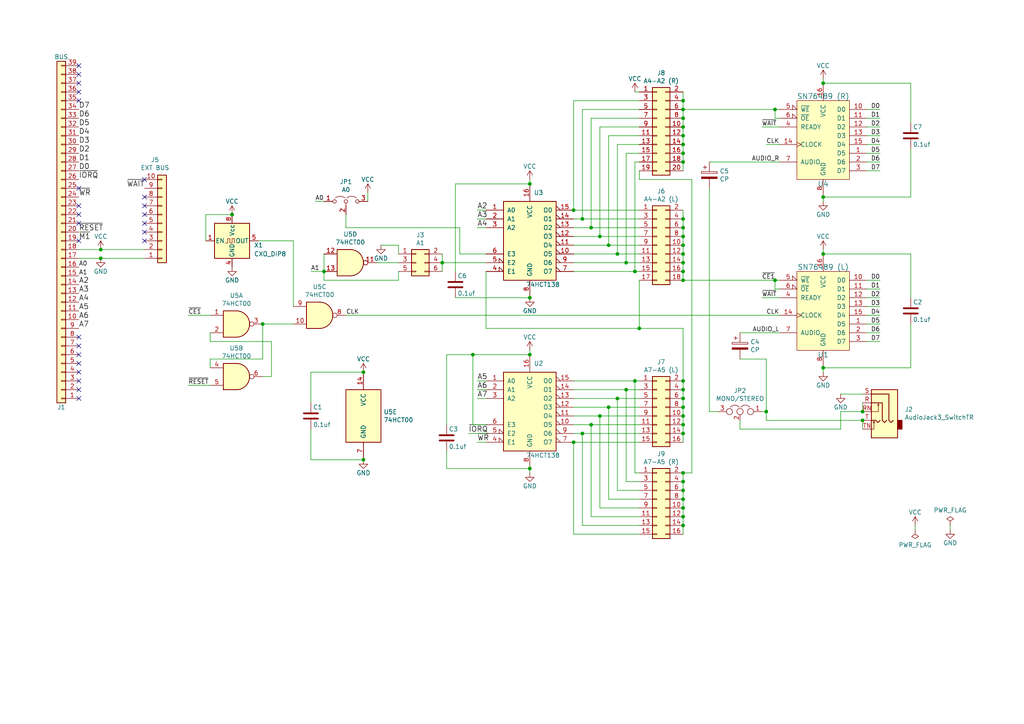
<source format=kicad_sch>
(kicad_sch (version 20211123) (generator eeschema)
  (paper "A4")
  (title_block (title "SN76489 Sound Card for RC2014") (date "2020-10-09") (rev "REV4") (company "J.B. Langston") (comment 1 "https://github.com/jblang/SN76489"))
  (lib_symbols
    (symbol "74xx:74HCT00" (pin_names (offset 1.016))
      (property "Reference" "U" (at 0 1.27 0))
      (property "Value" "74HCT00" (at 0 -1.27 0))
      (symbol "74HCT00_1_1"
        (pin input line (at -7.62 2.54 0) (length 3.81) (name "~") (number "1"))
        (pin input line (at -7.62 -2.54 0) (length 3.81) (name "~") (number "2"))
        (pin output inverted (at 7.62 0 180) (length 3.81) (name "~") (number "3"))
      )
      (symbol "74HCT00_1_2"
        (pin input inverted (at -7.62 2.54 0) (length 4.318) (name "~") (number "1"))
        (pin input inverted (at -7.62 -2.54 0) (length 4.318) (name "~") (number "2"))
        (pin output line (at 7.62 0 180) (length 3.81) (name "~") (number "3"))
      )
      (symbol "74HCT00_2_1"
        (pin input line (at -7.62 2.54 0) (length 3.81) (name "~") (number "4"))
        (pin input line (at -7.62 -2.54 0) (length 3.81) (name "~") (number "5"))
        (pin output inverted (at 7.62 0 180) (length 3.81) (name "~") (number "6"))
      )
      (symbol "74HCT00_2_2"
        (pin input inverted (at -7.62 2.54 0) (length 4.318) (name "~") (number "4"))
        (pin input inverted (at -7.62 -2.54 0) (length 4.318) (name "~") (number "5"))
        (pin output line (at 7.62 0 180) (length 3.81) (name "~") (number "6"))
      )
      (symbol "74HCT00_3_1"
        (pin input line (at -7.62 -2.54 0) (length 3.81) (name "~") (number "10"))
        (pin output inverted (at 7.62 0 180) (length 3.81) (name "~") (number "8"))
        (pin input line (at -7.62 2.54 0) (length 3.81) (name "~") (number "9"))
      )
      (symbol "74HCT00_3_2"
        (pin input inverted (at -7.62 -2.54 0) (length 4.318) (name "~") (number "10"))
        (pin output line (at 7.62 0 180) (length 3.81) (name "~") (number "8"))
        (pin input inverted (at -7.62 2.54 0) (length 4.318) (name "~") (number "9"))
      )
      (symbol "74HCT00_4_1"
        (pin output inverted (at 7.62 0 180) (length 3.81) (name "~") (number "11"))
        (pin input line (at -7.62 2.54 0) (length 3.81) (name "~") (number "12"))
        (pin input line (at -7.62 -2.54 0) (length 3.81) (name "~") (number "13"))
      )
      (symbol "74HCT00_4_2"
        (pin output line (at 7.62 0 180) (length 3.81) (name "~") (number "11"))
        (pin input inverted (at -7.62 2.54 0) (length 4.318) (name "~") (number "12"))
        (pin input inverted (at -7.62 -2.54 0) (length 4.318) (name "~") (number "13"))
      )
      (symbol "74HCT00_5_0"
        (pin power_in line (at 0 12.7 270) (length 5.08) (name "VCC") (number "14"))
        (pin power_in line (at 0 -12.7 90) (length 5.08) (name "GND") (number "7"))
      )
    )
    (symbol "74xx:74LS138" (pin_names (offset 1.016))
      (property "Reference" "U" (at -7.62 11.43 0))
      (property "Value" "74LS138" (at -7.62 -13.97 0))
      (symbol "74LS138_1_0"
        (pin input line (at -12.7 7.62 0) (length 5.08) (name "A0") (number "1"))
        (pin output output_low (at 12.7 -5.08 180) (length 5.08) (name "O5") (number "10"))
        (pin output output_low (at 12.7 -2.54 180) (length 5.08) (name "O4") (number "11"))
        (pin output output_low (at 12.7 0 180) (length 5.08) (name "O3") (number "12"))
        (pin output output_low (at 12.7 2.54 180) (length 5.08) (name "O2") (number "13"))
        (pin output output_low (at 12.7 5.08 180) (length 5.08) (name "O1") (number "14"))
        (pin output output_low (at 12.7 7.62 180) (length 5.08) (name "O0") (number "15"))
        (pin power_in line (at 0 15.24 270) (length 5.08) (name "VCC") (number "16"))
        (pin input line (at -12.7 5.08 0) (length 5.08) (name "A1") (number "2"))
        (pin input line (at -12.7 2.54 0) (length 5.08) (name "A2") (number "3"))
        (pin input input_low (at -12.7 -10.16 0) (length 5.08) (name "E1") (number "4"))
        (pin input input_low (at -12.7 -7.62 0) (length 5.08) (name "E2") (number "5"))
        (pin input line (at -12.7 -5.08 0) (length 5.08) (name "E3") (number "6"))
        (pin output output_low (at 12.7 -10.16 180) (length 5.08) (name "O7") (number "7"))
        (pin power_in line (at 0 -17.78 90) (length 5.08) (name "GND") (number "8"))
        (pin output output_low (at 12.7 -7.62 180) (length 5.08) (name "O6") (number "9"))
      )
    )
    (symbol "Connector:AudioJack3_SwitchTR"
      (property "Reference" "J" (at 0 8.89 0))
      (property "Value" "AudioJack3_SwitchTR" (at 0 6.35 0))
      (symbol "AudioJack3_SwitchTR_1_1"
        (pin passive line (at 5.08 0 180) (length 2.54) (name "~") (number "R"))
        (pin passive line (at 5.08 -2.54 180) (length 2.54) (name "~") (number "RN"))
        (pin passive line (at 5.08 2.54 180) (length 2.54) (name "~") (number "S"))
        (pin passive line (at 5.08 -5.08 180) (length 2.54) (name "~") (number "T"))
        (pin passive line (at 5.08 -7.62 180) (length 2.54) (name "~") (number "TN"))
      )
    )
    (symbol "Connector_Generic:Conn_01x10" (pin_names (offset 1.016) hide)
      (property "Reference" "J" (at 0 12.7 0))
      (property "Value" "Conn_01x10" (at 0 -15.24 0))
      (symbol "Conn_01x10_1_1"
        (pin passive line (at -5.08 10.16 0) (length 3.81) (name "Pin_1") (number "1"))
        (pin passive line (at -5.08 -12.7 0) (length 3.81) (name "Pin_10") (number "10"))
        (pin passive line (at -5.08 7.62 0) (length 3.81) (name "Pin_2") (number "2"))
        (pin passive line (at -5.08 5.08 0) (length 3.81) (name "Pin_3") (number "3"))
        (pin passive line (at -5.08 2.54 0) (length 3.81) (name "Pin_4") (number "4"))
        (pin passive line (at -5.08 0 0) (length 3.81) (name "Pin_5") (number "5"))
        (pin passive line (at -5.08 -2.54 0) (length 3.81) (name "Pin_6") (number "6"))
        (pin passive line (at -5.08 -5.08 0) (length 3.81) (name "Pin_7") (number "7"))
        (pin passive line (at -5.08 -7.62 0) (length 3.81) (name "Pin_8") (number "8"))
        (pin passive line (at -5.08 -10.16 0) (length 3.81) (name "Pin_9") (number "9"))
      )
    )
    (symbol "Connector_Generic:Conn_01x39" (pin_names (offset 1.016) hide)
      (property "Reference" "J" (at 0 50.8 0))
      (property "Value" "Conn_01x39" (at 0 -50.8 0))
      (symbol "Conn_01x39_1_1"
        (pin passive line (at -5.08 48.26 0) (length 3.81) (name "Pin_1") (number "1"))
        (pin passive line (at -5.08 25.4 0) (length 3.81) (name "Pin_10") (number "10"))
        (pin passive line (at -5.08 22.86 0) (length 3.81) (name "Pin_11") (number "11"))
        (pin passive line (at -5.08 20.32 0) (length 3.81) (name "Pin_12") (number "12"))
        (pin passive line (at -5.08 17.78 0) (length 3.81) (name "Pin_13") (number "13"))
        (pin passive line (at -5.08 15.24 0) (length 3.81) (name "Pin_14") (number "14"))
        (pin passive line (at -5.08 12.7 0) (length 3.81) (name "Pin_15") (number "15"))
        (pin passive line (at -5.08 10.16 0) (length 3.81) (name "Pin_16") (number "16"))
        (pin passive line (at -5.08 7.62 0) (length 3.81) (name "Pin_17") (number "17"))
        (pin passive line (at -5.08 5.08 0) (length 3.81) (name "Pin_18") (number "18"))
        (pin passive line (at -5.08 2.54 0) (length 3.81) (name "Pin_19") (number "19"))
        (pin passive line (at -5.08 45.72 0) (length 3.81) (name "Pin_2") (number "2"))
        (pin passive line (at -5.08 0 0) (length 3.81) (name "Pin_20") (number "20"))
        (pin passive line (at -5.08 -2.54 0) (length 3.81) (name "Pin_21") (number "21"))
        (pin passive line (at -5.08 -5.08 0) (length 3.81) (name "Pin_22") (number "22"))
        (pin passive line (at -5.08 -7.62 0) (length 3.81) (name "Pin_23") (number "23"))
        (pin passive line (at -5.08 -10.16 0) (length 3.81) (name "Pin_24") (number "24"))
        (pin passive line (at -5.08 -12.7 0) (length 3.81) (name "Pin_25") (number "25"))
        (pin passive line (at -5.08 -15.24 0) (length 3.81) (name "Pin_26") (number "26"))
        (pin passive line (at -5.08 -17.78 0) (length 3.81) (name "Pin_27") (number "27"))
        (pin passive line (at -5.08 -20.32 0) (length 3.81) (name "Pin_28") (number "28"))
        (pin passive line (at -5.08 -22.86 0) (length 3.81) (name "Pin_29") (number "29"))
        (pin passive line (at -5.08 43.18 0) (length 3.81) (name "Pin_3") (number "3"))
        (pin passive line (at -5.08 -25.4 0) (length 3.81) (name "Pin_30") (number "30"))
        (pin passive line (at -5.08 -27.94 0) (length 3.81) (name "Pin_31") (number "31"))
        (pin passive line (at -5.08 -30.48 0) (length 3.81) (name "Pin_32") (number "32"))
        (pin passive line (at -5.08 -33.02 0) (length 3.81) (name "Pin_33") (number "33"))
        (pin passive line (at -5.08 -35.56 0) (length 3.81) (name "Pin_34") (number "34"))
        (pin passive line (at -5.08 -38.1 0) (length 3.81) (name "Pin_35") (number "35"))
        (pin passive line (at -5.08 -40.64 0) (length 3.81) (name "Pin_36") (number "36"))
        (pin passive line (at -5.08 -43.18 0) (length 3.81) (name "Pin_37") (number "37"))
        (pin passive line (at -5.08 -45.72 0) (length 3.81) (name "Pin_38") (number "38"))
        (pin passive line (at -5.08 -48.26 0) (length 3.81) (name "Pin_39") (number "39"))
        (pin passive line (at -5.08 40.64 0) (length 3.81) (name "Pin_4") (number "4"))
        (pin passive line (at -5.08 38.1 0) (length 3.81) (name "Pin_5") (number "5"))
        (pin passive line (at -5.08 35.56 0) (length 3.81) (name "Pin_6") (number "6"))
        (pin passive line (at -5.08 33.02 0) (length 3.81) (name "Pin_7") (number "7"))
        (pin passive line (at -5.08 30.48 0) (length 3.81) (name "Pin_8") (number "8"))
        (pin passive line (at -5.08 27.94 0) (length 3.81) (name "Pin_9") (number "9"))
      )
    )
    (symbol "Connector_Generic:Conn_02x03_Odd_Even" (pin_names (offset 1.016) hide)
      (property "Reference" "J" (at 1.27 5.08 0))
      (property "Value" "Conn_02x03_Odd_Even" (at 1.27 -5.08 0))
      (symbol "Conn_02x03_Odd_Even_1_1"
        (pin passive line (at -5.08 2.54 0) (length 3.81) (name "Pin_1") (number "1"))
        (pin passive line (at 7.62 2.54 180) (length 3.81) (name "Pin_2") (number "2"))
        (pin passive line (at -5.08 0 0) (length 3.81) (name "Pin_3") (number "3"))
        (pin passive line (at 7.62 0 180) (length 3.81) (name "Pin_4") (number "4"))
        (pin passive line (at -5.08 -2.54 0) (length 3.81) (name "Pin_5") (number "5"))
        (pin passive line (at 7.62 -2.54 180) (length 3.81) (name "Pin_6") (number "6"))
      )
    )
    (symbol "Connector_Generic:Conn_02x08_Odd_Even" (pin_names (offset 1.016) hide)
      (property "Reference" "J" (at 1.27 10.16 0))
      (property "Value" "Conn_02x08_Odd_Even" (at 1.27 -12.7 0))
      (symbol "Conn_02x08_Odd_Even_1_1"
        (pin passive line (at -5.08 7.62 0) (length 3.81) (name "Pin_1") (number "1"))
        (pin passive line (at 7.62 -2.54 180) (length 3.81) (name "Pin_10") (number "10"))
        (pin passive line (at -5.08 -5.08 0) (length 3.81) (name "Pin_11") (number "11"))
        (pin passive line (at 7.62 -5.08 180) (length 3.81) (name "Pin_12") (number "12"))
        (pin passive line (at -5.08 -7.62 0) (length 3.81) (name "Pin_13") (number "13"))
        (pin passive line (at 7.62 -7.62 180) (length 3.81) (name "Pin_14") (number "14"))
        (pin passive line (at -5.08 -10.16 0) (length 3.81) (name "Pin_15") (number "15"))
        (pin passive line (at 7.62 -10.16 180) (length 3.81) (name "Pin_16") (number "16"))
        (pin passive line (at 7.62 7.62 180) (length 3.81) (name "Pin_2") (number "2"))
        (pin passive line (at -5.08 5.08 0) (length 3.81) (name "Pin_3") (number "3"))
        (pin passive line (at 7.62 5.08 180) (length 3.81) (name "Pin_4") (number "4"))
        (pin passive line (at -5.08 2.54 0) (length 3.81) (name "Pin_5") (number "5"))
        (pin passive line (at 7.62 2.54 180) (length 3.81) (name "Pin_6") (number "6"))
        (pin passive line (at -5.08 0 0) (length 3.81) (name "Pin_7") (number "7"))
        (pin passive line (at 7.62 0 180) (length 3.81) (name "Pin_8") (number "8"))
        (pin passive line (at -5.08 -2.54 0) (length 3.81) (name "Pin_9") (number "9"))
      )
    )
    (symbol "Connector_Generic:Conn_02x09_Odd_Even" (pin_names (offset 1.016) hide)
      (property "Reference" "J" (at 1.27 12.7 0))
      (property "Value" "Conn_02x09_Odd_Even" (at 1.27 -12.7 0))
      (symbol "Conn_02x09_Odd_Even_1_1"
        (pin passive line (at -5.08 10.16 0) (length 3.81) (name "Pin_1") (number "1"))
        (pin passive line (at 7.62 0 180) (length 3.81) (name "Pin_10") (number "10"))
        (pin passive line (at -5.08 -2.54 0) (length 3.81) (name "Pin_11") (number "11"))
        (pin passive line (at 7.62 -2.54 180) (length 3.81) (name "Pin_12") (number "12"))
        (pin passive line (at -5.08 -5.08 0) (length 3.81) (name "Pin_13") (number "13"))
        (pin passive line (at 7.62 -5.08 180) (length 3.81) (name "Pin_14") (number "14"))
        (pin passive line (at -5.08 -7.62 0) (length 3.81) (name "Pin_15") (number "15"))
        (pin passive line (at 7.62 -7.62 180) (length 3.81) (name "Pin_16") (number "16"))
        (pin passive line (at -5.08 -10.16 0) (length 3.81) (name "Pin_17") (number "17"))
        (pin passive line (at 7.62 -10.16 180) (length 3.81) (name "Pin_18") (number "18"))
        (pin passive line (at 7.62 10.16 180) (length 3.81) (name "Pin_2") (number "2"))
        (pin passive line (at -5.08 7.62 0) (length 3.81) (name "Pin_3") (number "3"))
        (pin passive line (at 7.62 7.62 180) (length 3.81) (name "Pin_4") (number "4"))
        (pin passive line (at -5.08 5.08 0) (length 3.81) (name "Pin_5") (number "5"))
        (pin passive line (at 7.62 5.08 180) (length 3.81) (name "Pin_6") (number "6"))
        (pin passive line (at -5.08 2.54 0) (length 3.81) (name "Pin_7") (number "7"))
        (pin passive line (at 7.62 2.54 180) (length 3.81) (name "Pin_8") (number "8"))
        (pin passive line (at -5.08 0 0) (length 3.81) (name "Pin_9") (number "9"))
      )
    )
    (symbol "Connector_Generic:Conn_02x10_Odd_Even" (pin_names (offset 1.016) hide)
      (property "Reference" "J" (at 1.27 12.7 0))
      (property "Value" "Conn_02x10_Odd_Even" (at 1.27 -15.24 0))
      (symbol "Conn_02x10_Odd_Even_1_1"
        (pin passive line (at -5.08 10.16 0) (length 3.81) (name "Pin_1") (number "1"))
        (pin passive line (at 7.62 0 180) (length 3.81) (name "Pin_10") (number "10"))
        (pin passive line (at -5.08 -2.54 0) (length 3.81) (name "Pin_11") (number "11"))
        (pin passive line (at 7.62 -2.54 180) (length 3.81) (name "Pin_12") (number "12"))
        (pin passive line (at -5.08 -5.08 0) (length 3.81) (name "Pin_13") (number "13"))
        (pin passive line (at 7.62 -5.08 180) (length 3.81) (name "Pin_14") (number "14"))
        (pin passive line (at -5.08 -7.62 0) (length 3.81) (name "Pin_15") (number "15"))
        (pin passive line (at 7.62 -7.62 180) (length 3.81) (name "Pin_16") (number "16"))
        (pin passive line (at -5.08 -10.16 0) (length 3.81) (name "Pin_17") (number "17"))
        (pin passive line (at 7.62 -10.16 180) (length 3.81) (name "Pin_18") (number "18"))
        (pin passive line (at -5.08 -12.7 0) (length 3.81) (name "Pin_19") (number "19"))
        (pin passive line (at 7.62 10.16 180) (length 3.81) (name "Pin_2") (number "2"))
        (pin passive line (at 7.62 -12.7 180) (length 3.81) (name "Pin_20") (number "20"))
        (pin passive line (at -5.08 7.62 0) (length 3.81) (name "Pin_3") (number "3"))
        (pin passive line (at 7.62 7.62 180) (length 3.81) (name "Pin_4") (number "4"))
        (pin passive line (at -5.08 5.08 0) (length 3.81) (name "Pin_5") (number "5"))
        (pin passive line (at 7.62 5.08 180) (length 3.81) (name "Pin_6") (number "6"))
        (pin passive line (at -5.08 2.54 0) (length 3.81) (name "Pin_7") (number "7"))
        (pin passive line (at 7.62 2.54 180) (length 3.81) (name "Pin_8") (number "8"))
        (pin passive line (at -5.08 0 0) (length 3.81) (name "Pin_9") (number "9"))
      )
    )
    (symbol "Device:C" (pin_numbers hide) (pin_names (offset 0.254))
      (property "Reference" "C" (at 0.635 2.54 0))
      (property "Value" "C" (at 0.635 -2.54 0))
      (symbol "C_1_1"
        (pin passive line (at 0 3.81 270) (length 2.794) (name "~") (number "1"))
        (pin passive line (at 0 -3.81 90) (length 2.794) (name "~") (number "2"))
      )
    )
    (symbol "Device:CP" (pin_numbers hide) (pin_names (offset 0.254))
      (property "Reference" "C" (at 0.635 2.54 0))
      (property "Value" "Device_CP" (at 0.635 -2.54 0))
      (symbol "CP_1_1"
        (pin passive line (at 0 3.81 270) (length 2.794) (name "~") (number "1"))
        (pin passive line (at 0 -3.81 90) (length 2.794) (name "~") (number "2"))
      )
    )
    (symbol "Device:Jumper_NC_Dual" (pin_names (offset 0.762) hide)
      (property "Reference" "JP" (at 1.27 -2.54 0))
      (property "Value" "Device_Jumper_NC_Dual" (at 0 2.54 0))
      (symbol "Jumper_NC_Dual_0_1"
        (pin passive line (at -6.35 0 0) (length 2.413) (name "1") (number "1"))
        (pin passive line (at 0 -2.54 90) (length 1.524) (name "2") (number "2"))
        (pin passive line (at 6.35 0 180) (length 2.413) (name "3") (number "3"))
      )
    )
    (symbol "Jumper:Jumper_3_Open" (pin_names (offset 0) hide)
      (property "Reference" "JP" (at -2.54 -2.54 0))
      (property "Value" "Jumper_3_Open" (at 0 2.794 0))
      (symbol "Jumper_3_Open_1_1"
        (pin passive line (at -6.35 0 0) (length 2.54) (name "A") (number "1"))
        (pin passive line (at 0 -3.81 90) (length 2.54) (name "C") (number "2"))
        (pin passive line (at 6.35 0 180) (length 2.54) (name "B") (number "3"))
      )
    )
    (symbol "Oscillator:CXO_DIP8" (pin_names (offset 0.254))
      (property "Reference" "X" (at -5.08 6.35 0))
      (property "Value" "CXO_DIP8" (at 1.27 -6.35 0))
      (symbol "CXO_DIP8_1_1"
        (pin input line (at -7.62 0 0) (length 2.54) (name "EN") (number "1"))
        (pin power_in line (at 0 -7.62 90) (length 2.54) (name "GND") (number "4"))
        (pin output line (at 7.62 0 180) (length 2.54) (name "OUT") (number "5"))
        (pin power_in line (at 0 7.62 270) (length 2.54) (name "Vcc") (number "8"))
      )
    )
    (symbol "SN76489:SN76489" (pin_names (offset 1.016))
      (property "Reference" "U" (at -6.35 25.4 0))
      (property "Value" "SN76489" (at 7.62 0 0))
      (symbol "SN76489_1_1"
        (pin input line (at -12.7 8.89 0) (length 5.08) (name "D5") (number "1"))
        (pin input line (at -12.7 21.59 0) (length 5.08) (name "D0") (number "10"))
        (pin input line (at -12.7 19.05 0) (length 5.08) (name "D1") (number "11"))
        (pin input line (at -12.7 16.51 0) (length 5.08) (name "D2") (number "12"))
        (pin input line (at -12.7 13.97 0) (length 5.08) (name "D3") (number "13"))
        (pin input clock (at 12.7 11.43 180) (length 5.08) (name "CLOCK") (number "14"))
        (pin input line (at -12.7 11.43 0) (length 5.08) (name "D4") (number "15"))
        (pin input line (at 0 29.21 270) (length 5.08) (name "VCC") (number "16"))
        (pin input line (at -12.7 6.35 0) (length 5.08) (name "D6") (number "2"))
        (pin input line (at -12.7 3.81 0) (length 5.08) (name "D7") (number "3"))
        (pin open_collector line (at 12.7 16.51 180) (length 5.08) (name "READY") (number "4"))
        (pin input input_low (at 12.7 21.59 180) (length 5.08) (name "~{WE}") (number "5"))
        (pin input input_low (at 12.7 19.05 180) (length 5.08) (name "~{OE}") (number "6"))
        (pin output line (at 12.7 6.35 180) (length 5.08) (name "AUDIO") (number "7"))
        (pin input line (at 0 -3.81 90) (length 5.08) (name "GND") (number "8"))
        (pin no_connect line (at 12.7 3.81 180) (length 5.08) hide (name "N.C.") (number "9"))
      )
    )
    (symbol "power:GND" (power) (pin_names (offset 0))
      (property "Value" "GND" (at 0 -3.81 0))
      (symbol "GND_1_1"
        (pin power_in line (at 0 0 270) (length 0) hide (name "GND") (number "1"))
      )
    )
    (symbol "power:PWR_FLAG" (power) (pin_numbers hide) (pin_names (offset 0) hide)
      (property "Value" "PWR_FLAG" (at 0 3.81 0))
      (symbol "PWR_FLAG_0_0"
        (pin power_out line (at 0 0 90) (length 0) (name "pwr") (number "1"))
      )
    )
    (symbol "power:VCC" (power) (pin_names (offset 0))
      (property "Value" "VCC" (at 0 3.81 0))
      (symbol "VCC_1_1"
        (pin power_in line (at 0 0 90) (length 0) hide (name "VCC") (number "1"))
      )
    )
  )
  (junction (at 198.12 118.11))
  (junction (at 198.12 73.66))
  (junction (at 198.12 123.19))
  (junction (at 29.21 72.39))
  (junction (at 153.67 135.89))
  (junction (at 105.41 133.35))
  (junction (at 198.12 68.58))
  (junction (at 171.45 123.19))
  (junction (at 238.76 24.13))
  (junction (at 179.07 115.57))
  (junction (at 171.45 66.04))
  (junction (at 185.42 95.25))
  (junction (at 181.61 76.2))
  (junction (at 238.76 57.15))
  (junction (at 168.91 125.73))
  (junction (at 250.19 119.38))
  (junction (at 173.99 120.65))
  (junction (at 238.76 106.68))
  (junction (at 29.21 74.93))
  (junction (at 173.99 68.58))
  (junction (at 198.12 34.29))
  (junction (at 198.12 63.5))
  (junction (at 184.15 110.49))
  (junction (at 198.12 142.24))
  (junction (at 222.25 119.38))
  (junction (at 198.12 113.03))
  (junction (at 105.41 107.95))
  (junction (at 153.67 102.87))
  (junction (at 198.12 46.99))
  (junction (at 198.12 147.32))
  (junction (at 67.31 62.23))
  (junction (at 176.53 71.12))
  (junction (at 198.12 81.28))
  (junction (at 224.79 81.28))
  (junction (at 128.27 76.2))
  (junction (at 137.16 102.87))
  (junction (at 198.12 125.73))
  (junction (at 198.12 78.74))
  (junction (at 198.12 36.83))
  (junction (at 198.12 152.4))
  (junction (at 250.19 121.92))
  (junction (at 168.91 63.5))
  (junction (at 76.2 93.98))
  (junction (at 198.12 144.78))
  (junction (at 198.12 115.57))
  (junction (at 198.12 76.2))
  (junction (at 198.12 31.75))
  (junction (at 198.12 120.65))
  (junction (at 238.76 73.66))
  (junction (at 198.12 29.21))
  (junction (at 166.37 128.27))
  (junction (at 198.12 137.16))
  (junction (at 198.12 39.37))
  (junction (at 93.98 78.74))
  (junction (at 224.79 31.75))
  (junction (at 198.12 41.91))
  (junction (at 198.12 149.86))
  (junction (at 198.12 139.7))
  (junction (at 166.37 60.96))
  (junction (at 179.07 73.66))
  (junction (at 198.12 66.04))
  (junction (at 176.53 118.11))
  (junction (at 198.12 110.49))
  (junction (at 181.61 113.03))
  (junction (at 153.67 86.36))
  (junction (at 184.15 78.74))
  (junction (at 153.67 53.34))
  (junction (at 198.12 71.12))
  (junction (at 198.12 44.45))
  (no_connect (at 41.91 59.69))
  (no_connect (at 22.86 110.49))
  (no_connect (at 22.86 69.85))
  (no_connect (at 22.86 19.05))
  (no_connect (at 22.86 29.21))
  (no_connect (at 22.86 113.03))
  (no_connect (at 41.91 52.07))
  (no_connect (at 22.86 24.13))
  (no_connect (at 41.91 62.23))
  (no_connect (at 22.86 26.67))
  (no_connect (at 22.86 62.23))
  (no_connect (at 41.91 67.31))
  (no_connect (at 22.86 107.95))
  (no_connect (at 22.86 97.79))
  (no_connect (at 22.86 54.61))
  (no_connect (at 22.86 105.41))
  (no_connect (at 22.86 115.57))
  (no_connect (at 22.86 64.77))
  (no_connect (at 22.86 102.87))
  (no_connect (at 22.86 59.69))
  (no_connect (at 41.91 64.77))
  (no_connect (at 22.86 21.59))
  (no_connect (at 41.91 69.85))
  (no_connect (at 41.91 57.15))
  (no_connect (at 22.86 100.33))
  (wire (pts (xy 251.46 93.98) (xy 255.27 93.98)))
  (wire (pts (xy 198.12 118.11) (xy 198.12 115.57)))
  (wire (pts (xy 205.74 46.99) (xy 226.06 46.99)))
  (wire (pts (xy 198.12 144.78) (xy 198.12 142.24)))
  (wire (pts (xy 265.43 153.67) (xy 265.43 152.4)))
  (wire (pts (xy 179.07 41.91) (xy 185.42 41.91)))
  (wire (pts (xy 198.12 76.2) (xy 198.12 78.74)))
  (wire (pts (xy 60.96 99.06) (xy 60.96 96.52)))
  (wire (pts (xy 140.97 95.25) (xy 185.42 95.25)))
  (wire (pts (xy 226.06 81.28) (xy 224.79 81.28)))
  (wire (pts (xy 115.57 81.28) (xy 115.57 78.74)))
  (wire (pts (xy 132.08 53.34) (xy 153.67 53.34)))
  (wire (pts (xy 166.37 113.03) (xy 181.61 113.03)))
  (wire (pts (xy 198.12 142.24) (xy 198.12 139.7)))
  (wire (pts (xy 166.37 120.65) (xy 173.99 120.65)))
  (wire (pts (xy 140.97 125.73) (xy 135.89 125.73)))
  (wire (pts (xy 176.53 118.11) (xy 185.42 118.11)))
  (wire (pts (xy 22.86 72.39) (xy 29.21 72.39)))
  (wire (pts (xy 100.33 91.44) (xy 226.06 91.44)))
  (wire (pts (xy 198.12 152.4) (xy 198.12 149.86)))
  (wire (pts (xy 90.17 107.95) (xy 90.17 116.84)))
  (wire (pts (xy 176.53 144.78) (xy 185.42 144.78)))
  (wire (pts (xy 198.12 128.27) (xy 198.12 125.73)))
  (wire (pts (xy 220.98 86.36) (xy 226.06 86.36)))
  (wire (pts (xy 173.99 120.65) (xy 185.42 120.65)))
  (wire (pts (xy 220.98 36.83) (xy 226.06 36.83)))
  (wire (pts (xy 205.74 54.61) (xy 205.74 119.38)))
  (wire (pts (xy 198.12 41.91) (xy 198.12 39.37)))
  (wire (pts (xy 166.37 154.94) (xy 166.37 128.27)))
  (wire (pts (xy 106.68 58.42) (xy 106.68 55.88)))
  (wire (pts (xy 275.59 153.67) (xy 275.59 152.4)))
  (wire (pts (xy 166.37 29.21) (xy 185.42 29.21)))
  (wire (pts (xy 198.12 81.28) (xy 198.12 78.74)))
  (wire (pts (xy 140.97 128.27) (xy 138.43 128.27)))
  (wire (pts (xy 109.22 76.2) (xy 115.57 76.2)))
  (wire (pts (xy 138.43 60.96) (xy 140.97 60.96)))
  (wire (pts (xy 198.12 115.57) (xy 198.12 113.03)))
  (wire (pts (xy 198.12 66.04) (xy 198.12 63.5)))
  (wire (pts (xy 166.37 71.12) (xy 176.53 71.12)))
  (wire (pts (xy 41.91 74.93) (xy 29.21 74.93)))
  (wire (pts (xy 93.98 78.74) (xy 93.98 81.28)))
  (wire (pts (xy 173.99 68.58) (xy 185.42 68.58)))
  (wire (pts (xy 173.99 36.83) (xy 185.42 36.83)))
  (wire (pts (xy 115.57 71.12) (xy 115.57 73.66)))
  (wire (pts (xy 138.43 113.03) (xy 140.97 113.03)))
  (wire (pts (xy 168.91 31.75) (xy 168.91 63.5)))
  (wire (pts (xy 171.45 149.86) (xy 171.45 123.19)))
  (wire (pts (xy 264.16 73.66) (xy 264.16 86.36)))
  (wire (pts (xy 222.25 121.92) (xy 250.19 121.92)))
  (wire (pts (xy 251.46 44.45) (xy 255.27 44.45)))
  (wire (pts (xy 166.37 29.21) (xy 166.37 60.96)))
  (wire (pts (xy 133.35 66.04) (xy 133.35 73.66)))
  (wire (pts (xy 132.08 86.36) (xy 153.67 86.36)))
  (wire (pts (xy 140.97 78.74) (xy 140.97 95.25)))
  (wire (pts (xy 251.46 99.06) (xy 255.27 99.06)))
  (wire (pts (xy 166.37 66.04) (xy 171.45 66.04)))
  (wire (pts (xy 251.46 88.9) (xy 255.27 88.9)))
  (wire (pts (xy 181.61 113.03) (xy 185.42 113.03)))
  (wire (pts (xy 168.91 125.73) (xy 185.42 125.73)))
  (wire (pts (xy 176.53 144.78) (xy 176.53 118.11)))
  (wire (pts (xy 91.44 58.42) (xy 93.98 58.42)))
  (wire (pts (xy 198.12 123.19) (xy 198.12 120.65)))
  (wire (pts (xy 264.16 106.68) (xy 264.16 93.98)))
  (wire (pts (xy 93.98 73.66) (xy 93.98 78.74)))
  (wire (pts (xy 198.12 68.58) (xy 198.12 66.04)))
  (wire (pts (xy 85.09 69.85) (xy 85.09 88.9)))
  (wire (pts (xy 166.37 68.58) (xy 173.99 68.58)))
  (wire (pts (xy 179.07 41.91) (xy 179.07 73.66)))
  (wire (pts (xy 60.96 104.14) (xy 60.96 106.68)))
  (wire (pts (xy 176.53 71.12) (xy 185.42 71.12)))
  (wire (pts (xy 179.07 73.66) (xy 185.42 73.66)))
  (wire (pts (xy 198.12 113.03) (xy 198.12 110.49)))
  (wire (pts (xy 153.67 137.16) (xy 153.67 135.89)))
  (wire (pts (xy 251.46 46.99) (xy 255.27 46.99)))
  (wire (pts (xy 243.84 124.46) (xy 243.84 119.38)))
  (wire (pts (xy 251.46 41.91) (xy 255.27 41.91)))
  (wire (pts (xy 198.12 31.75) (xy 198.12 29.21)))
  (wire (pts (xy 129.54 135.89) (xy 153.67 135.89)))
  (wire (pts (xy 166.37 78.74) (xy 184.15 78.74)))
  (wire (pts (xy 184.15 46.99) (xy 185.42 46.99)))
  (wire (pts (xy 171.45 66.04) (xy 185.42 66.04)))
  (wire (pts (xy 90.17 133.35) (xy 105.41 133.35)))
  (wire (pts (xy 222.25 119.38) (xy 222.25 121.92)))
  (wire (pts (xy 90.17 124.46) (xy 90.17 133.35)))
  (wire (pts (xy 198.12 81.28) (xy 224.79 81.28)))
  (wire (pts (xy 238.76 73.66) (xy 264.16 73.66)))
  (wire (pts (xy 251.46 83.82) (xy 255.27 83.82)))
  (wire (pts (xy 243.84 119.38) (xy 250.19 119.38)))
  (wire (pts (xy 250.19 119.38) (xy 250.19 116.84)))
  (wire (pts (xy 198.12 31.75) (xy 224.79 31.75)))
  (wire (pts (xy 166.37 125.73) (xy 168.91 125.73)))
  (wire (pts (xy 166.37 115.57) (xy 179.07 115.57)))
  (wire (pts (xy 198.12 39.37) (xy 198.12 36.83)))
  (wire (pts (xy 198.12 139.7) (xy 198.12 137.16)))
  (wire (pts (xy 200.66 52.07) (xy 200.66 137.16)))
  (wire (pts (xy 168.91 31.75) (xy 185.42 31.75)))
  (wire (pts (xy 179.07 142.24) (xy 179.07 115.57)))
  (wire (pts (xy 137.16 123.19) (xy 140.97 123.19)))
  (wire (pts (xy 153.67 102.87) (xy 153.67 101.6)))
  (wire (pts (xy 100.33 62.23) (xy 100.33 66.04)))
  (wire (pts (xy 251.46 96.52) (xy 255.27 96.52)))
  (wire (pts (xy 184.15 78.74) (xy 185.42 78.74)))
  (wire (pts (xy 238.76 58.42) (xy 238.76 57.15)))
  (wire (pts (xy 198.12 149.86) (xy 198.12 147.32)))
  (wire (pts (xy 226.06 96.52) (xy 214.63 96.52)))
  (wire (pts (xy 54.61 91.44) (xy 60.96 91.44)))
  (wire (pts (xy 153.67 53.34) (xy 153.67 52.07)))
  (wire (pts (xy 166.37 118.11) (xy 176.53 118.11)))
  (wire (pts (xy 166.37 123.19) (xy 171.45 123.19)))
  (wire (pts (xy 138.43 63.5) (xy 140.97 63.5)))
  (wire (pts (xy 105.41 107.95) (xy 90.17 107.95)))
  (wire (pts (xy 76.2 109.22) (xy 78.74 109.22)))
  (wire (pts (xy 198.12 125.73) (xy 198.12 123.19)))
  (wire (pts (xy 222.25 104.14) (xy 222.25 119.38)))
  (wire (pts (xy 78.74 99.06) (xy 60.96 99.06)))
  (wire (pts (xy 76.2 93.98) (xy 85.09 93.98)))
  (wire (pts (xy 198.12 147.32) (xy 198.12 144.78)))
  (wire (pts (xy 153.67 102.87) (xy 137.16 102.87)))
  (wire (pts (xy 184.15 26.67) (xy 185.42 26.67)))
  (wire (pts (xy 205.74 119.38) (xy 208.28 119.38)))
  (wire (pts (xy 238.76 57.15) (xy 264.16 57.15)))
  (wire (pts (xy 224.79 83.82) (xy 226.06 83.82)))
  (wire (pts (xy 93.98 81.28) (xy 115.57 81.28)))
  (wire (pts (xy 198.12 71.12) (xy 198.12 68.58)))
  (wire (pts (xy 251.46 49.53) (xy 255.27 49.53)))
  (wire (pts (xy 110.49 71.12) (xy 115.57 71.12)))
  (wire (pts (xy 198.12 46.99) (xy 198.12 44.45)))
  (wire (pts (xy 166.37 73.66) (xy 179.07 73.66)))
  (wire (pts (xy 198.12 49.53) (xy 198.12 46.99)))
  (wire (pts (xy 76.2 104.14) (xy 60.96 104.14)))
  (wire (pts (xy 184.15 137.16) (xy 184.15 110.49)))
  (wire (pts (xy 214.63 124.46) (xy 243.84 124.46)))
  (wire (pts (xy 198.12 29.21) (xy 198.12 26.67)))
  (wire (pts (xy 251.46 36.83) (xy 255.27 36.83)))
  (wire (pts (xy 78.74 109.22) (xy 78.74 99.06)))
  (wire (pts (xy 166.37 76.2) (xy 181.61 76.2)))
  (wire (pts (xy 226.06 31.75) (xy 224.79 31.75)))
  (wire (pts (xy 251.46 39.37) (xy 255.27 39.37)))
  (wire (pts (xy 251.46 34.29) (xy 255.27 34.29)))
  (wire (pts (xy 198.12 34.29) (xy 198.12 31.75)))
  (wire (pts (xy 166.37 110.49) (xy 184.15 110.49)))
  (wire (pts (xy 264.16 57.15) (xy 264.16 43.18)))
  (wire (pts (xy 198.12 154.94) (xy 198.12 152.4)))
  (wire (pts (xy 137.16 123.19) (xy 137.16 102.87)))
  (wire (pts (xy 59.69 62.23) (xy 59.69 69.85)))
  (wire (pts (xy 181.61 139.7) (xy 181.61 113.03)))
  (wire (pts (xy 224.79 34.29) (xy 226.06 34.29)))
  (wire (pts (xy 198.12 36.83) (xy 198.12 34.29)))
  (wire (pts (xy 166.37 60.96) (xy 185.42 60.96)))
  (wire (pts (xy 185.42 52.07) (xy 185.42 49.53)))
  (wire (pts (xy 184.15 46.99) (xy 184.15 78.74)))
  (wire (pts (xy 168.91 152.4) (xy 185.42 152.4)))
  (wire (pts (xy 198.12 76.2) (xy 198.12 73.66)))
  (wire (pts (xy 198.12 63.5) (xy 198.12 60.96)))
  (wire (pts (xy 138.43 110.49) (xy 140.97 110.49)))
  (wire (pts (xy 171.45 34.29) (xy 185.42 34.29)))
  (wire (pts (xy 181.61 44.45) (xy 185.42 44.45)))
  (wire (pts (xy 198.12 44.45) (xy 198.12 41.91)))
  (wire (pts (xy 76.2 93.98) (xy 76.2 104.14)))
  (wire (pts (xy 41.91 72.39) (xy 29.21 72.39)))
  (wire (pts (xy 166.37 128.27) (xy 185.42 128.27)))
  (wire (pts (xy 128.27 73.66) (xy 128.27 76.2)))
  (wire (pts (xy 238.76 107.95) (xy 238.76 106.68)))
  (wire (pts (xy 198.12 137.16) (xy 200.66 137.16)))
  (wire (pts (xy 173.99 147.32) (xy 173.99 120.65)))
  (wire (pts (xy 179.07 142.24) (xy 185.42 142.24)))
  (wire (pts (xy 214.63 121.92) (xy 214.63 124.46)))
  (wire (pts (xy 129.54 102.87) (xy 129.54 123.19)))
  (wire (pts (xy 128.27 76.2) (xy 140.97 76.2)))
  (wire (pts (xy 250.19 121.92) (xy 250.19 124.46)))
  (wire (pts (xy 173.99 36.83) (xy 173.99 68.58)))
  (wire (pts (xy 176.53 39.37) (xy 176.53 71.12)))
  (wire (pts (xy 67.31 62.23) (xy 59.69 62.23)))
  (wire (pts (xy 251.46 81.28) (xy 255.27 81.28)))
  (wire (pts (xy 198.12 120.65) (xy 198.12 118.11)))
  (wire (pts (xy 132.08 78.74) (xy 132.08 53.34)))
  (wire (pts (xy 100.33 66.04) (xy 133.35 66.04)))
  (wire (pts (xy 185.42 95.25) (xy 198.12 95.25)))
  (wire (pts (xy 238.76 73.66) (xy 238.76 72.39)))
  (wire (pts (xy 226.06 41.91) (xy 222.25 41.91)))
  (wire (pts (xy 200.66 52.07) (xy 185.42 52.07)))
  (wire (pts (xy 185.42 139.7) (xy 181.61 139.7)))
  (wire (pts (xy 166.37 63.5) (xy 168.91 63.5)))
  (wire (pts (xy 22.86 74.93) (xy 29.21 74.93)))
  (wire (pts (xy 181.61 44.45) (xy 181.61 76.2)))
  (wire (pts (xy 185.42 81.28) (xy 185.42 95.25)))
  (wire (pts (xy 181.61 76.2) (xy 185.42 76.2)))
  (wire (pts (xy 171.45 34.29) (xy 171.45 66.04)))
  (wire (pts (xy 251.46 86.36) (xy 255.27 86.36)))
  (wire (pts (xy 166.37 154.94) (xy 185.42 154.94)))
  (wire (pts (xy 128.27 76.2) (xy 128.27 78.74)))
  (wire (pts (xy 74.93 69.85) (xy 85.09 69.85)))
  (wire (pts (xy 138.43 115.57) (xy 140.97 115.57)))
  (wire (pts (xy 251.46 31.75) (xy 255.27 31.75)))
  (wire (pts (xy 224.79 81.28) (xy 224.79 83.82)))
  (wire (pts (xy 129.54 130.81) (xy 129.54 135.89)))
  (wire (pts (xy 250.19 114.3) (xy 243.84 114.3)))
  (wire (pts (xy 138.43 66.04) (xy 140.97 66.04)))
  (wire (pts (xy 90.17 78.74) (xy 93.98 78.74)))
  (wire (pts (xy 198.12 95.25) (xy 198.12 110.49)))
  (wire (pts (xy 198.12 73.66) (xy 198.12 71.12)))
  (wire (pts (xy 222.25 119.38) (xy 220.98 119.38)))
  (wire (pts (xy 54.61 111.76) (xy 60.96 111.76)))
  (wire (pts (xy 238.76 24.13) (xy 264.16 24.13)))
  (wire (pts (xy 184.15 110.49) (xy 185.42 110.49)))
  (wire (pts (xy 214.63 104.14) (xy 222.25 104.14)))
  (wire (pts (xy 176.53 39.37) (xy 185.42 39.37)))
  (wire (pts (xy 171.45 149.86) (xy 185.42 149.86)))
  (wire (pts (xy 171.45 123.19) (xy 185.42 123.19)))
  (wire (pts (xy 133.35 73.66) (xy 140.97 73.66)))
  (wire (pts (xy 137.16 102.87) (xy 129.54 102.87)))
  (wire (pts (xy 238.76 106.68) (xy 264.16 106.68)))
  (wire (pts (xy 173.99 147.32) (xy 185.42 147.32)))
  (wire (pts (xy 264.16 24.13) (xy 264.16 35.56)))
  (wire (pts (xy 168.91 63.5) (xy 185.42 63.5)))
  (wire (pts (xy 224.79 31.75) (xy 224.79 34.29)))
  (wire (pts (xy 251.46 91.44) (xy 255.27 91.44)))
  (wire (pts (xy 179.07 115.57) (xy 185.42 115.57)))
  (wire (pts (xy 168.91 152.4) (xy 168.91 125.73)))
  (wire (pts (xy 185.42 137.16) (xy 184.15 137.16)))
  (wire (pts (xy 238.76 24.13) (xy 238.76 22.86)))
  (label "D6" (at 22.86 34.29 0) (effects (font (size 1.524 1.524))))
  (label "A4" (at 22.86 87.63 0) (effects (font (size 1.524 1.524))))
  (label "D6" (at 255.27 96.52 180))
  (label "CLK" (at 104.14 91.44 180))
  (label "A3" (at 22.86 85.09 0) (effects (font (size 1.524 1.524))))
  (label "D1" (at 255.27 83.82 180))
  (label "~{CE1}" (at 54.61 91.44 0))
  (label "A2" (at 22.86 82.55 0) (effects (font (size 1.524 1.524))))
  (label "D0" (at 255.27 81.28 180))
  (label "A1" (at 90.17 78.74 0))
  (label "D2" (at 255.27 86.36 180))
  (label "A7" (at 138.43 115.57 0) (effects (font (size 1.524 1.524))))
  (label "D4" (at 22.86 39.37 0) (effects (font (size 1.524 1.524))))
  (label "~{RESET}" (at 54.61 111.76 0))
  (label "A3" (at 138.43 63.5 0) (effects (font (size 1.524 1.524))))
  (label "~{WR}" (at 138.43 128.27 0) (effects (font (size 1.524 1.524))))
  (label "A0" (at 91.44 58.42 0))
  (label "CLK" (at 222.25 41.91 0))
  (label "CLK" (at 222.25 91.44 0))
  (label "AUDIO_R" (at 226.06 46.99 180))
  (label "D1" (at 255.27 34.29 180))
  (label "A0" (at 22.86 77.47 0))
  (label "~{WR}" (at 22.86 57.15 0) (effects (font (size 1.524 1.524))))
  (label "D7" (at 255.27 99.06 180))
  (label "A5" (at 138.43 110.49 0) (effects (font (size 1.524 1.524))))
  (label "D7" (at 255.27 49.53 180))
  (label "~{IORQ}" (at 22.86 52.07 0) (effects (font (size 1.524 1.524))))
  (label "~{WAIT}" (at 220.98 86.36 0))
  (label "D4" (at 255.27 41.91 180))
  (label "D6" (at 255.27 46.99 180))
  (label "~{RESET}" (at 22.86 67.31 0) (effects (font (size 1.524 1.524))))
  (label "A6" (at 138.43 113.03 0) (effects (font (size 1.524 1.524))))
  (label "A4" (at 138.43 66.04 0) (effects (font (size 1.524 1.524))))
  (label "D3" (at 22.86 41.91 0) (effects (font (size 1.524 1.524))))
  (label "~{M1}" (at 22.86 69.85 0) (effects (font (size 1.524 1.524))))
  (label "D3" (at 255.27 88.9 180))
  (label "~{CE1}" (at 220.98 81.28 0))
  (label "D5" (at 22.86 36.83 0) (effects (font (size 1.524 1.524))))
  (label "A6" (at 22.86 92.71 0) (effects (font (size 1.524 1.524))))
  (label "A7" (at 22.86 95.25 0) (effects (font (size 1.524 1.524))))
  (label "~{IORQ}" (at 135.89 125.73 0) (effects (font (size 1.524 1.524))))
  (label "A2" (at 138.43 60.96 0) (effects (font (size 1.524 1.524))))
  (label "D1" (at 22.86 46.99 0) (effects (font (size 1.524 1.524))))
  (label "D2" (at 22.86 44.45 0) (effects (font (size 1.524 1.524))))
  (label "AUDIO_L" (at 226.06 96.52 180))
  (label "D7" (at 22.86 31.75 0) (effects (font (size 1.524 1.524))))
  (label "D3" (at 255.27 39.37 180))
  (label "A1" (at 22.86 80.01 0))
  (label "A5" (at 22.86 90.17 0) (effects (font (size 1.524 1.524))))
  (label "D0" (at 255.27 31.75 180))
  (label "D2" (at 255.27 36.83 180))
  (label "~{WAIT}" (at 220.98 36.83 0))
  (label "D4" (at 255.27 91.44 180))
  (label "D0" (at 22.86 49.53 0) (effects (font (size 1.524 1.524))))
  (label "D5" (at 255.27 44.45 180))
  (label "D5" (at 255.27 93.98 180))
  (label "~{WAIT}" (at 41.91 54.61 180) (effects (font (size 1.524 1.524))))
  (symbol (lib_id "Connector_Generic:Conn_01x39") (at 17.78 67.31 180) (unit 1)
    (property "Reference" "J1" (at 17.78 118.11 0))
    (property "Value" "BUS" (at 17.78 16.51 0))
    (property "Footprint" "Connector_PinHeader_2.54mm:PinHeader_1x39_P2.54mm_Vertical" (effects hide))
  )
  (symbol (lib_id "Device:C") (at 264.16 39.37 0) (unit 1)
    (property "Reference" "C7" (at 264.795 36.83 0) (effects (justify left)))
    (property "Value" "0.1uf" (at 264.795 41.91 0) (effects (justify left)))
    (property "Footprint" "Capacitor_THT:C_Disc_D3.0mm_W1.6mm_P2.50mm" (effects hide))
  )
  (symbol (lib_id "74xx:74LS138") (at 153.67 118.11 0) (unit 1)
    (property "Reference" "U2" (at 156.21 105.41 0))
    (property "Value" "74HCT138" (at 157.48 132.0546 0))
    (property "Footprint" "Package_DIP:DIP-16_W7.62mm_Socket" (effects hide))
  )
  (symbol (lib_id "SN76489:SN76489") (at 238.76 102.87 0) (mirror y) (unit 1)
    (property "Reference" "U1" (at 238.76 102.87 0) (effects (font (size 1.524 1.524))))
    (property "Value" "SN76489 (L)" (at 238.76 77.47 0) (effects (font (size 1.524 1.524))))
    (property "Footprint" "Package_DIP:DIP-16_W7.62mm_Socket" (effects hide))
  )
  (symbol (lib_id "power:GND") (at 238.76 107.95 0) (unit 1)
    (property "Reference" "#PWR0101" (effects hide))
    (property "Value" "GND" (at 238.76 111.76 0))
  )
  (symbol (lib_id "power:VCC") (at 238.76 72.39 0) (unit 1)
    (property "Reference" "#PWR0102" (effects hide))
    (property "Value" "VCC" (at 238.76 68.58 0))
  )
  (symbol (lib_id "power:GND") (at 243.84 114.3 0) (mirror y) (unit 1)
    (property "Reference" "#PWR0110" (effects hide))
    (property "Value" "GND" (at 243.84 118.11 0))
  )
  (symbol (lib_id "Device:C") (at 264.16 90.17 0) (unit 1)
    (property "Reference" "C2" (at 264.795 87.63 0) (effects (justify left)))
    (property "Value" "0.1uf" (at 264.795 92.71 0) (effects (justify left)))
    (property "Footprint" "Capacitor_THT:C_Disc_D3.0mm_W1.6mm_P2.50mm" (effects hide))
  )
  (symbol (lib_id "Connector_Generic:Conn_02x08_Odd_Even") (at 190.5 118.11 0) (unit 1)
    (property "Reference" "J7" (at 191.77 104.9782 0))
    (property "Value" "A7-A5 (L)" (at 191.77 107.2896 0))
    (property "Footprint" "Connector_PinHeader_2.54mm:PinHeader_2x08_P2.54mm_Vertical" (effects hide))
  )
  (symbol (lib_id "74xx:74LS138") (at 153.67 68.58 0) (unit 1)
    (property "Reference" "U3" (at 156.21 55.88 0))
    (property "Value" "74HCT138" (at 157.48 82.5246 0))
    (property "Footprint" "Package_DIP:DIP-16_W7.62mm_Socket" (effects hide))
  )
  (symbol (lib_id "Connector_Generic:Conn_02x09_Odd_Even") (at 190.5 71.12 0) (unit 1)
    (property "Reference" "J6" (at 191.77 55.4482 0))
    (property "Value" "A4-A2 (L)" (at 191.77 57.7596 0))
    (property "Footprint" "Connector_PinHeader_2.54mm:PinHeader_2x09_P2.54mm_Vertical" (effects hide))
  )
  (symbol (lib_id "SN76489:SN76489") (at 238.76 53.34 0) (mirror y) (unit 1)
    (property "Reference" "U4" (at 238.76 53.34 0) (effects (font (size 1.524 1.524))))
    (property "Value" "SN76489 (R)" (at 238.76 27.94 0) (effects (font (size 1.524 1.524))))
    (property "Footprint" "Package_DIP:DIP-16_W7.62mm_Socket" (effects hide))
  )
  (symbol (lib_id "power:GND") (at 238.76 58.42 0) (unit 1)
    (property "Reference" "#PWR0106" (effects hide))
    (property "Value" "GND" (at 238.76 62.23 0))
  )
  (symbol (lib_id "power:VCC") (at 238.76 22.86 0) (unit 1)
    (property "Reference" "#PWR0107" (effects hide))
    (property "Value" "VCC" (at 238.76 19.05 0))
  )
  (symbol (lib_id "Connector_Generic:Conn_02x08_Odd_Even") (at 190.5 144.78 0) (unit 1)
    (property "Reference" "J9" (at 191.77 131.6482 0))
    (property "Value" "A7-A5 (R)" (at 191.77 133.9596 0))
    (property "Footprint" "Connector_PinHeader_2.54mm:PinHeader_2x08_P2.54mm_Vertical" (effects hide))
  )
  (symbol (lib_id "power:GND") (at 29.21 74.93 0) (unit 1)
    (property "Reference" "#PWR0103" (effects hide))
    (property "Value" "GND" (at 29.21 78.74 0))
  )
  (symbol (lib_id "power:VCC") (at 29.21 72.39 0) (unit 1)
    (property "Reference" "#PWR0112" (effects hide))
    (property "Value" "VCC" (at 29.21 68.58 0))
  )
  (symbol (lib_id "Device:C") (at 129.54 127 0) (unit 1)
    (property "Reference" "C3" (at 130.175 124.46 0) (effects (justify left)))
    (property "Value" "0.1uf" (at 130.175 129.54 0) (effects (justify left)))
    (property "Footprint" "Capacitor_THT:C_Disc_D3.0mm_W1.6mm_P2.50mm" (effects hide))
  )
  (symbol (lib_id "Connector_Generic:Conn_01x10") (at 46.99 64.77 0) (mirror x) (unit 1)
    (property "Reference" "J5" (at 44.958 46.355 0))
    (property "Value" "EXT BUS" (at 44.958 48.6664 0))
    (property "Footprint" "Connector_PinHeader_2.54mm:PinHeader_1x10_P2.54mm_Vertical" (effects hide))
  )
  (symbol (lib_id "Device:CP") (at 205.74 50.8 0) (unit 1)
    (property "Reference" "C5" (at 208.7372 49.6316 0) (effects (justify left)))
    (property "Value" "CP" (at 208.7372 51.943 0) (effects (justify left)))
    (property "Footprint" "Capacitor_THT:CP_Radial_D6.3mm_P2.50mm" (effects hide))
  )
  (symbol (lib_id "power:VCC") (at 153.67 101.6 0) (unit 1)
    (property "Reference" "#PWR0116" (effects hide))
    (property "Value" "VCC" (at 153.67 97.79 0))
  )
  (symbol (lib_id "power:GND") (at 153.67 137.16 0) (unit 1)
    (property "Reference" "#PWR0117" (effects hide))
    (property "Value" "GND" (at 153.67 140.97 0))
  )
  (symbol (lib_id "power:VCC") (at 153.67 52.07 0) (unit 1)
    (property "Reference" "#PWR0118" (effects hide))
    (property "Value" "VCC" (at 153.67 48.26 0))
  )
  (symbol (lib_id "power:GND") (at 153.67 86.36 0) (unit 1)
    (property "Reference" "#PWR0119" (effects hide))
    (property "Value" "GND" (at 153.67 90.17 0))
  )
  (symbol (lib_id "Device:CP") (at 214.63 100.33 0) (unit 1)
    (property "Reference" "C4" (at 217.6272 99.1616 0) (effects (justify left)))
    (property "Value" "CP" (at 217.6272 101.473 0) (effects (justify left)))
    (property "Footprint" "Capacitor_THT:CP_Radial_D6.3mm_P2.50mm" (effects hide))
  )
  (symbol (lib_id "power:VCC") (at 184.15 26.67 0) (unit 1)
    (property "Reference" "#PWR0120" (effects hide))
    (property "Value" "VCC" (at 184.15 22.86 0))
  )
  (symbol (lib_id "Device:C") (at 132.08 82.55 0) (unit 1)
    (property "Reference" "C6" (at 132.715 80.01 0) (effects (justify left)))
    (property "Value" "0.1uf" (at 132.715 85.09 0) (effects (justify left)))
    (property "Footprint" "Capacitor_THT:C_Disc_D3.0mm_W1.6mm_P2.50mm" (effects hide))
  )
  (symbol (lib_id "Device:Jumper_NC_Dual") (at 214.63 119.38 0) (mirror y) (unit 1)
    (property "Reference" "JP2" (at 214.63 113.3094 0))
    (property "Value" "MONO/STEREO" (at 214.63 115.6208 0))
    (property "Footprint" "Connector_PinHeader_2.54mm:PinHeader_1x03_P2.54mm_Vertical" (effects hide))
  )
  (symbol (lib_id "power:PWR_FLAG") (at 265.43 153.67 180) (unit 1)
    (property "Reference" "#FLG0101" (effects hide))
    (property "Value" "PWR_FLAG" (at 265.43 158.0642 0))
  )
  (symbol (lib_id "power:PWR_FLAG") (at 275.59 152.4 0) (unit 1)
    (property "Reference" "#FLG0102" (effects hide))
    (property "Value" "PWR_FLAG" (at 275.59 147.9804 0))
  )
  (symbol (lib_id "power:GND") (at 275.59 153.67 0) (unit 1)
    (property "Reference" "#PWR0121" (effects hide))
    (property "Value" "GND" (at 275.59 157.48 0))
  )
  (symbol (lib_id "power:VCC") (at 265.43 152.4 0) (unit 1)
    (property "Reference" "#PWR0122" (effects hide))
    (property "Value" "VCC" (at 265.43 148.59 0))
  )
  (symbol (lib_id "Connector_Generic:Conn_02x10_Odd_Even") (at 190.5 36.83 0) (unit 1)
    (property "Reference" "J8" (at 191.77 21.1582 0))
    (property "Value" "A4-A2 (R)" (at 191.77 23.4696 0))
    (property "Footprint" "Connector_PinHeader_2.54mm:PinHeader_2x10_P2.54mm_Vertical" (effects hide))
  )
  (symbol (lib_id "Oscillator:CXO_DIP8") (at 67.31 69.85 0) (unit 1)
    (property "Reference" "X1" (at 73.66 71.12 0) (effects (justify left)))
    (property "Value" "CXO_DIP8" (at 73.66 73.66 0) (effects (justify left)))
    (property "Footprint" "Oscillator:Oscillator_DIP-8" (effects hide))
    (property "Datasheet" "http://cdn-reichelt.de/documents/datenblatt/B400/OSZI.pdf" (effects hide))
  )
  (symbol (lib_id "power:VCC") (at 67.31 62.23 0) (unit 1)
    (property "Reference" "#PWR0104" (effects hide))
    (property "Value" "VCC" (at 67.31 58.42 0))
  )
  (symbol (lib_id "power:GND") (at 67.31 77.47 0) (unit 1)
    (property "Reference" "#PWR0105" (effects hide))
    (property "Value" "GND" (at 67.31 81.28 0))
  )
  (symbol (lib_id "74xx:74HCT00") (at 68.58 93.98 0) (unit 1)
    (property "Reference" "U5" (at 68.58 85.725 0))
    (property "Value" "74HCT00" (at 68.58 88.0364 0))
    (property "Footprint" "Package_DIP:DIP-14_W7.62mm" (effects hide))
    (property "Datasheet" "http://www.ti.com/lit/gpn/sn74hct00" (effects hide))
  )
  (symbol (lib_id "74xx:74HCT00") (at 68.58 109.22 0) (unit 2)
    (property "Reference" "U5" (at 68.58 100.965 0))
    (property "Value" "74HCT00" (at 68.58 103.2764 0))
    (property "Footprint" "Package_DIP:DIP-14_W7.62mm" (effects hide))
    (property "Datasheet" "http://www.ti.com/lit/gpn/sn74hct00" (effects hide))
  )
  (symbol (lib_id "Connector:AudioJack3_SwitchTR") (at 255.27 116.84 0) (mirror y) (unit 1)
    (property "Reference" "J2" (at 262.382 118.745 0) (effects (justify right)))
    (property "Value" "AudioJack3_SwitchTR" (at 262.382 121.0564 0) (effects (justify right)))
    (property "Footprint" "SN76489:Headphone_Jack_3.5mm_5_pin" (effects hide))
  )
  (symbol (lib_id "74xx:74HCT00") (at 92.71 91.44 0) (unit 3)
    (property "Reference" "U5" (at 92.71 83.185 0))
    (property "Value" "74HCT00" (at 92.71 85.4964 0))
    (property "Footprint" "Package_DIP:DIP-14_W7.62mm" (effects hide))
    (property "Datasheet" "http://www.ti.com/lit/gpn/sn74hct00" (effects hide))
  )
  (symbol (lib_id "74xx:74HCT00") (at 101.6 76.2 0) (unit 4)
    (property "Reference" "U5" (at 101.6 67.945 0))
    (property "Value" "74HCT00" (at 101.6 70.2564 0))
    (property "Footprint" "Package_DIP:DIP-14_W7.62mm" (effects hide))
    (property "Datasheet" "http://www.ti.com/lit/gpn/sn74hct00" (effects hide))
  )
  (symbol (lib_id "74xx:74HCT00") (at 105.41 120.65 0) (unit 5)
    (property "Reference" "U5" (at 111.252 119.4816 0) (effects (justify left)))
    (property "Value" "74HCT00" (at 111.252 121.793 0) (effects (justify left)))
    (property "Footprint" "Package_DIP:DIP-14_W7.62mm" (effects hide))
    (property "Datasheet" "http://www.ti.com/lit/gpn/sn74hct00" (effects hide))
  )
  (symbol (lib_id "power:GND") (at 105.41 133.35 0) (unit 1)
    (property "Reference" "#PWR0109" (effects hide))
    (property "Value" "GND" (at 105.41 137.16 0))
  )
  (symbol (lib_id "Device:C") (at 90.17 120.65 0) (unit 1)
    (property "Reference" "C1" (at 90.805 118.11 0) (effects (justify left)))
    (property "Value" "0.1uf" (at 90.805 123.19 0) (effects (justify left)))
    (property "Footprint" "Capacitor_THT:C_Disc_D3.0mm_W1.6mm_P2.50mm" (effects hide))
  )
  (symbol (lib_id "power:GND") (at 110.49 71.12 0) (unit 1)
    (property "Reference" "#PWR0108" (effects hide))
    (property "Value" "GND" (at 110.49 74.93 0))
  )
  (symbol (lib_id "power:VCC") (at 105.41 107.95 0) (unit 1)
    (property "Reference" "#PWR0111" (effects hide))
    (property "Value" "VCC" (at 105.41 104.14 0))
  )
  (symbol (lib_id "Connector_Generic:Conn_02x03_Odd_Even") (at 120.65 76.2 0) (unit 1)
    (property "Reference" "J3" (at 121.92 68.1482 0))
    (property "Value" "A1" (at 121.92 70.4596 0))
    (property "Footprint" "Connector_PinHeader_2.54mm:PinHeader_2x03_P2.54mm_Vertical" (effects hide))
  )
  (symbol (lib_id "Jumper:Jumper_3_Open") (at 100.33 58.42 0) (unit 1)
    (property "Reference" "JP1" (at 100.33 52.7304 0))
    (property "Value" "A0" (at 100.33 55.0418 0))
    (property "Footprint" "Connector_PinHeader_2.54mm:PinHeader_1x03_P2.54mm_Vertical" (effects hide))
  )
  (symbol (lib_id "power:VCC") (at 106.68 55.88 0) (unit 1)
    (property "Reference" "#PWR0113" (effects hide))
    (property "Value" "VCC" (at 106.68 52.07 0))
  )
)
</source>
